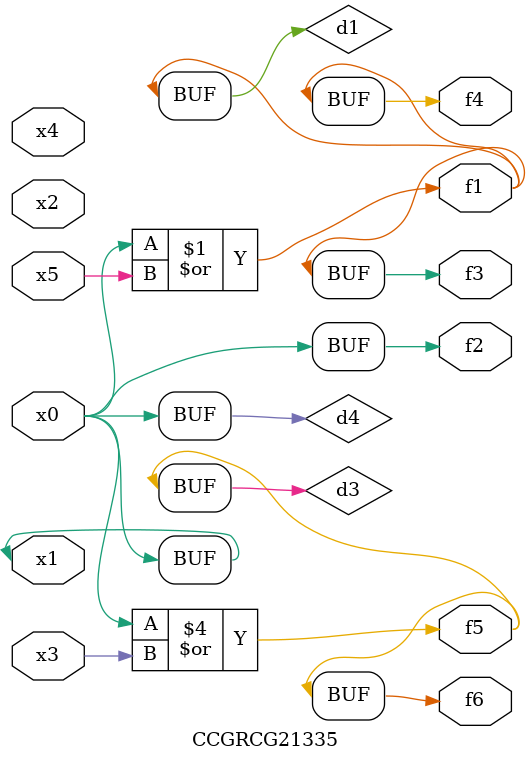
<source format=v>
module CCGRCG21335(
	input x0, x1, x2, x3, x4, x5,
	output f1, f2, f3, f4, f5, f6
);

	wire d1, d2, d3, d4;

	or (d1, x0, x5);
	xnor (d2, x1, x4);
	or (d3, x0, x3);
	buf (d4, x0, x1);
	assign f1 = d1;
	assign f2 = d4;
	assign f3 = d1;
	assign f4 = d1;
	assign f5 = d3;
	assign f6 = d3;
endmodule

</source>
